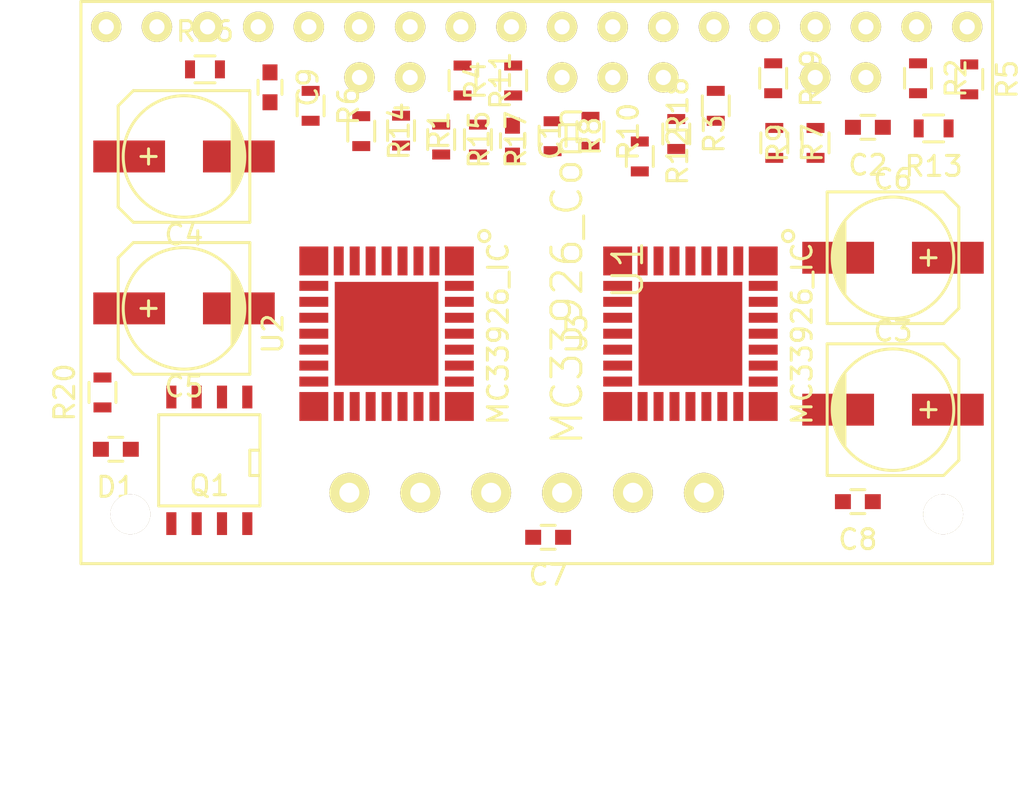
<source format=kicad_pcb>
(kicad_pcb (version 4) (host pcbnew "(2015-01-13 BZR 5369)-product")

  (general
    (links 117)
    (no_connects 117)
    (area 147.9971 65.558599 200.070431 105.5076)
    (thickness 1.6)
    (drawings 0)
    (tracks 0)
    (zones 0)
    (modules 34)
    (nets 42)
  )

  (page A4)
  (layers
    (0 F.Cu signal)
    (1 In1.Cu signal)
    (2 In2.Cu signal)
    (31 B.Cu signal)
    (33 F.Adhes user)
    (35 F.Paste user)
    (37 F.SilkS user)
    (39 F.Mask user)
    (40 Dwgs.User user)
    (41 Cmts.User user)
    (42 Eco1.User user)
    (43 Eco2.User user)
    (44 Edge.Cuts user)
    (45 Margin user)
    (47 F.CrtYd user)
    (49 F.Fab user)
  )

  (setup
    (last_trace_width 0.254)
    (trace_clearance 0.254)
    (zone_clearance 0.508)
    (zone_45_only no)
    (trace_min 0.254)
    (segment_width 0.2)
    (edge_width 0.1)
    (via_size 0.889)
    (via_drill 0.635)
    (via_min_size 0.889)
    (via_min_drill 0.508)
    (uvia_size 0.508)
    (uvia_drill 0.127)
    (uvias_allowed no)
    (uvia_min_size 0.508)
    (uvia_min_drill 0.127)
    (pcb_text_width 0.3)
    (pcb_text_size 1.5 1.5)
    (mod_edge_width 0.15)
    (mod_text_size 1 1)
    (mod_text_width 0.15)
    (pad_size 1.5 1.5)
    (pad_drill 0.6)
    (pad_to_mask_clearance 0)
    (aux_axis_origin 0 0)
    (visible_elements 7FFFF7FF)
    (pcbplotparams
      (layerselection 0x00030_80000001)
      (usegerberextensions false)
      (excludeedgelayer true)
      (linewidth 0.100000)
      (plotframeref false)
      (viasonmask false)
      (mode 1)
      (useauxorigin false)
      (hpglpennumber 1)
      (hpglpenspeed 20)
      (hpglpendiameter 15)
      (hpglpenoverlay 2)
      (psnegative false)
      (psa4output false)
      (plotreference true)
      (plotvalue true)
      (plotinvisibletext false)
      (padsonsilk false)
      (subtractmaskfromsilk false)
      (outputformat 1)
      (mirror false)
      (drillshape 1)
      (scaleselection 1)
      (outputdirectory ""))
  )

  (net 0 "")
  (net 1 "Net-(C1-Pad1)")
  (net 2 GND)
  (net 3 "Net-(C2-Pad1)")
  (net 4 VIN)
  (net 5 FGND)
  (net 6 "Net-(C7-Pad2)")
  (net 7 "Net-(C8-Pad2)")
  (net 8 "Net-(D1-Pad2)")
  (net 9 "Net-(R1-Pad1)")
  (net 10 "Net-(R1-Pad2)")
  (net 11 "Net-(R2-Pad1)")
  (net 12 "Net-(R2-Pad2)")
  (net 13 "Net-(R3-Pad1)")
  (net 14 SLEWP)
  (net 15 "Net-(R4-Pad2)")
  (net 16 "Net-(R5-Pad2)")
  (net 17 "Net-(R6-Pad1)")
  (net 18 "Net-(R6-Pad2)")
  (net 19 "Net-(R7-Pad1)")
  (net 20 "Net-(R7-Pad2)")
  (net 21 "Net-(R10-Pad1)")
  (net 22 ENP)
  (net 23 "Net-(R11-Pad1)")
  (net 24 "Net-(R11-Pad2)")
  (net 25 "Net-(R12-Pad1)")
  (net 26 INVP)
  (net 27 "Net-(R13-Pad1)")
  (net 28 "Net-(R13-Pad2)")
  (net 29 "Net-(R14-Pad1)")
  (net 30 "Net-(R14-Pad2)")
  (net 31 Vdd)
  (net 32 "Net-(R16-Pad1)")
  (net 33 "Net-(R16-Pad2)")
  (net 34 "Net-(R18-Pad1)")
  (net 35 "Net-(R18-Pad2)")
  (net 36 "Net-(R19-Pad1)")
  (net 37 "Net-(R19-Pad2)")
  (net 38 M1OUT1)
  (net 39 M1OUT2)
  (net 40 M2OUT1)
  (net 41 M2OUT2)

  (net_class Default "Dies ist die voreingestellte Netzklasse."
    (clearance 0.254)
    (trace_width 0.254)
    (via_dia 0.889)
    (via_drill 0.635)
    (uvia_dia 0.508)
    (uvia_drill 0.127)
    (add_net ENP)
    (add_net INVP)
    (add_net "Net-(C1-Pad1)")
    (add_net "Net-(C2-Pad1)")
    (add_net "Net-(C7-Pad2)")
    (add_net "Net-(C8-Pad2)")
    (add_net "Net-(D1-Pad2)")
    (add_net "Net-(R1-Pad1)")
    (add_net "Net-(R1-Pad2)")
    (add_net "Net-(R10-Pad1)")
    (add_net "Net-(R11-Pad1)")
    (add_net "Net-(R11-Pad2)")
    (add_net "Net-(R12-Pad1)")
    (add_net "Net-(R13-Pad1)")
    (add_net "Net-(R13-Pad2)")
    (add_net "Net-(R14-Pad1)")
    (add_net "Net-(R14-Pad2)")
    (add_net "Net-(R16-Pad1)")
    (add_net "Net-(R16-Pad2)")
    (add_net "Net-(R18-Pad1)")
    (add_net "Net-(R18-Pad2)")
    (add_net "Net-(R19-Pad1)")
    (add_net "Net-(R19-Pad2)")
    (add_net "Net-(R2-Pad1)")
    (add_net "Net-(R2-Pad2)")
    (add_net "Net-(R3-Pad1)")
    (add_net "Net-(R4-Pad2)")
    (add_net "Net-(R5-Pad2)")
    (add_net "Net-(R6-Pad1)")
    (add_net "Net-(R6-Pad2)")
    (add_net "Net-(R7-Pad1)")
    (add_net "Net-(R7-Pad2)")
    (add_net SLEWP)
    (add_net Vdd)
  )

  (net_class Power ""
    (clearance 0.254)
    (trace_width 1)
    (via_dia 0.889)
    (via_drill 0.635)
    (uvia_dia 0.508)
    (uvia_drill 0.127)
    (add_net FGND)
    (add_net GND)
    (add_net M1OUT1)
    (add_net M1OUT2)
    (add_net M2OUT1)
    (add_net M2OUT2)
    (add_net VIN)
  )

  (module Capacitors_SMD:C_0603 (layer F.Cu) (tedit 5415D631) (tstamp 550303BD)
    (at 173.95444 72.86752 270)
    (descr "Capacitor SMD 0603, reflow soldering, AVX (see smccp.pdf)")
    (tags "capacitor 0603")
    (path /550208A2)
    (attr smd)
    (fp_text reference C1 (at 0 -1.9 270) (layer F.SilkS)
      (effects (font (size 1 1) (thickness 0.15)))
    )
    (fp_text value 0.47uF (at 0 1.9 270) (layer F.Fab)
      (effects (font (size 1 1) (thickness 0.15)))
    )
    (fp_line (start -1.45 -0.75) (end 1.45 -0.75) (layer F.CrtYd) (width 0.05))
    (fp_line (start -1.45 0.75) (end 1.45 0.75) (layer F.CrtYd) (width 0.05))
    (fp_line (start -1.45 -0.75) (end -1.45 0.75) (layer F.CrtYd) (width 0.05))
    (fp_line (start 1.45 -0.75) (end 1.45 0.75) (layer F.CrtYd) (width 0.05))
    (fp_line (start -0.35 -0.6) (end 0.35 -0.6) (layer F.SilkS) (width 0.15))
    (fp_line (start 0.35 0.6) (end -0.35 0.6) (layer F.SilkS) (width 0.15))
    (pad 1 smd rect (at -0.75 0 270) (size 0.8 0.75) (layers F.Cu F.Paste F.Mask)
      (net 1 "Net-(C1-Pad1)"))
    (pad 2 smd rect (at 0.75 0 270) (size 0.8 0.75) (layers F.Cu F.Paste F.Mask)
      (net 2 GND))
    (model Capacitors_SMD.3dshapes/C_0603.wrl
      (at (xyz 0 0 0))
      (scale (xyz 1 1 1))
      (rotate (xyz 0 0 0))
    )
  )

  (module Capacitors_SMD:C_0603 (layer F.Cu) (tedit 5415D631) (tstamp 550303C9)
    (at 191.78016 72.19696 180)
    (descr "Capacitor SMD 0603, reflow soldering, AVX (see smccp.pdf)")
    (tags "capacitor 0603")
    (path /55021C7D)
    (attr smd)
    (fp_text reference C2 (at 0 -1.9 180) (layer F.SilkS)
      (effects (font (size 1 1) (thickness 0.15)))
    )
    (fp_text value 0.47uF (at 0 1.9 180) (layer F.Fab)
      (effects (font (size 1 1) (thickness 0.15)))
    )
    (fp_line (start -1.45 -0.75) (end 1.45 -0.75) (layer F.CrtYd) (width 0.05))
    (fp_line (start -1.45 0.75) (end 1.45 0.75) (layer F.CrtYd) (width 0.05))
    (fp_line (start -1.45 -0.75) (end -1.45 0.75) (layer F.CrtYd) (width 0.05))
    (fp_line (start 1.45 -0.75) (end 1.45 0.75) (layer F.CrtYd) (width 0.05))
    (fp_line (start -0.35 -0.6) (end 0.35 -0.6) (layer F.SilkS) (width 0.15))
    (fp_line (start 0.35 0.6) (end -0.35 0.6) (layer F.SilkS) (width 0.15))
    (pad 1 smd rect (at -0.75 0 180) (size 0.8 0.75) (layers F.Cu F.Paste F.Mask)
      (net 3 "Net-(C2-Pad1)"))
    (pad 2 smd rect (at 0.75 0 180) (size 0.8 0.75) (layers F.Cu F.Paste F.Mask)
      (net 2 GND))
    (model Capacitors_SMD.3dshapes/C_0603.wrl
      (at (xyz 0 0 0))
      (scale (xyz 1 1 1))
      (rotate (xyz 0 0 0))
    )
  )

  (module Capacitors_SMD:c_elec_6.3x5.8 (layer F.Cu) (tedit 55030206) (tstamp 550303DD)
    (at 193.04 86.36)
    (descr "SMT capacitor, aluminium electrolytic, 6.3x5.8")
    (path /55020F62)
    (fp_text reference C3 (at 0 -3.937) (layer F.SilkS)
      (effects (font (size 1 1) (thickness 0.15)))
    )
    (fp_text value 47uF (at 0 3.81) (layer F.Fab)
      (effects (font (size 1 1) (thickness 0.15)))
    )
    (fp_line (start -2.921 -0.762) (end -2.921 0.762) (layer F.SilkS) (width 0.15))
    (fp_line (start -2.794 1.143) (end -2.794 -1.143) (layer F.SilkS) (width 0.15))
    (fp_line (start -2.667 -1.397) (end -2.667 1.397) (layer F.SilkS) (width 0.15))
    (fp_line (start -2.54 1.651) (end -2.54 -1.651) (layer F.SilkS) (width 0.15))
    (fp_line (start -2.413 -1.778) (end -2.413 1.778) (layer F.SilkS) (width 0.15))
    (fp_circle (center 0 0) (end -3.048 0) (layer F.SilkS) (width 0.15))
    (fp_line (start -3.302 -3.302) (end -3.302 3.302) (layer F.SilkS) (width 0.15))
    (fp_line (start -3.302 3.302) (end 2.54 3.302) (layer F.SilkS) (width 0.15))
    (fp_line (start 2.54 3.302) (end 3.302 2.54) (layer F.SilkS) (width 0.15))
    (fp_line (start 3.302 2.54) (end 3.302 -2.54) (layer F.SilkS) (width 0.15))
    (fp_line (start 3.302 -2.54) (end 2.54 -3.302) (layer F.SilkS) (width 0.15))
    (fp_line (start 2.54 -3.302) (end -3.302 -3.302) (layer F.SilkS) (width 0.15))
    (fp_line (start 2.159 0) (end 1.397 0) (layer F.SilkS) (width 0.15))
    (fp_line (start 1.778 -0.381) (end 1.778 0.381) (layer F.SilkS) (width 0.15))
    (pad 1 smd rect (at 2.75082 0) (size 3.59918 1.6002) (layers F.Cu F.Paste F.Mask)
      (net 4 VIN))
    (pad 2 smd rect (at -2.75082 0) (size 3.59918 1.6002) (layers F.Cu F.Paste F.Mask)
      (net 5 FGND))
    (model Capacitors_SMD.3dshapes/c_elec_6.3x5.8.wrl
      (at (xyz 0 0 0))
      (scale (xyz 1 1 1))
      (rotate (xyz 0 0 0))
    )
  )

  (module Capacitors_SMD:c_elec_6.3x5.8 (layer F.Cu) (tedit 55030206) (tstamp 550303F1)
    (at 157.48 73.66 180)
    (descr "SMT capacitor, aluminium electrolytic, 6.3x5.8")
    (path /55021C9A)
    (fp_text reference C4 (at 0 -3.937 180) (layer F.SilkS)
      (effects (font (size 1 1) (thickness 0.15)))
    )
    (fp_text value 47uF (at 0 3.81 180) (layer F.Fab)
      (effects (font (size 1 1) (thickness 0.15)))
    )
    (fp_line (start -2.921 -0.762) (end -2.921 0.762) (layer F.SilkS) (width 0.15))
    (fp_line (start -2.794 1.143) (end -2.794 -1.143) (layer F.SilkS) (width 0.15))
    (fp_line (start -2.667 -1.397) (end -2.667 1.397) (layer F.SilkS) (width 0.15))
    (fp_line (start -2.54 1.651) (end -2.54 -1.651) (layer F.SilkS) (width 0.15))
    (fp_line (start -2.413 -1.778) (end -2.413 1.778) (layer F.SilkS) (width 0.15))
    (fp_circle (center 0 0) (end -3.048 0) (layer F.SilkS) (width 0.15))
    (fp_line (start -3.302 -3.302) (end -3.302 3.302) (layer F.SilkS) (width 0.15))
    (fp_line (start -3.302 3.302) (end 2.54 3.302) (layer F.SilkS) (width 0.15))
    (fp_line (start 2.54 3.302) (end 3.302 2.54) (layer F.SilkS) (width 0.15))
    (fp_line (start 3.302 2.54) (end 3.302 -2.54) (layer F.SilkS) (width 0.15))
    (fp_line (start 3.302 -2.54) (end 2.54 -3.302) (layer F.SilkS) (width 0.15))
    (fp_line (start 2.54 -3.302) (end -3.302 -3.302) (layer F.SilkS) (width 0.15))
    (fp_line (start 2.159 0) (end 1.397 0) (layer F.SilkS) (width 0.15))
    (fp_line (start 1.778 -0.381) (end 1.778 0.381) (layer F.SilkS) (width 0.15))
    (pad 1 smd rect (at 2.75082 0 180) (size 3.59918 1.6002) (layers F.Cu F.Paste F.Mask)
      (net 4 VIN))
    (pad 2 smd rect (at -2.75082 0 180) (size 3.59918 1.6002) (layers F.Cu F.Paste F.Mask)
      (net 5 FGND))
    (model Capacitors_SMD.3dshapes/c_elec_6.3x5.8.wrl
      (at (xyz 0 0 0))
      (scale (xyz 1 1 1))
      (rotate (xyz 0 0 0))
    )
  )

  (module Capacitors_SMD:c_elec_6.3x5.8 (layer F.Cu) (tedit 55030206) (tstamp 55030405)
    (at 157.48 81.28 180)
    (descr "SMT capacitor, aluminium electrolytic, 6.3x5.8")
    (path /55020EC9)
    (fp_text reference C5 (at 0 -3.937 180) (layer F.SilkS)
      (effects (font (size 1 1) (thickness 0.15)))
    )
    (fp_text value 47uF (at 0 3.81 180) (layer F.Fab)
      (effects (font (size 1 1) (thickness 0.15)))
    )
    (fp_line (start -2.921 -0.762) (end -2.921 0.762) (layer F.SilkS) (width 0.15))
    (fp_line (start -2.794 1.143) (end -2.794 -1.143) (layer F.SilkS) (width 0.15))
    (fp_line (start -2.667 -1.397) (end -2.667 1.397) (layer F.SilkS) (width 0.15))
    (fp_line (start -2.54 1.651) (end -2.54 -1.651) (layer F.SilkS) (width 0.15))
    (fp_line (start -2.413 -1.778) (end -2.413 1.778) (layer F.SilkS) (width 0.15))
    (fp_circle (center 0 0) (end -3.048 0) (layer F.SilkS) (width 0.15))
    (fp_line (start -3.302 -3.302) (end -3.302 3.302) (layer F.SilkS) (width 0.15))
    (fp_line (start -3.302 3.302) (end 2.54 3.302) (layer F.SilkS) (width 0.15))
    (fp_line (start 2.54 3.302) (end 3.302 2.54) (layer F.SilkS) (width 0.15))
    (fp_line (start 3.302 2.54) (end 3.302 -2.54) (layer F.SilkS) (width 0.15))
    (fp_line (start 3.302 -2.54) (end 2.54 -3.302) (layer F.SilkS) (width 0.15))
    (fp_line (start 2.54 -3.302) (end -3.302 -3.302) (layer F.SilkS) (width 0.15))
    (fp_line (start 2.159 0) (end 1.397 0) (layer F.SilkS) (width 0.15))
    (fp_line (start 1.778 -0.381) (end 1.778 0.381) (layer F.SilkS) (width 0.15))
    (pad 1 smd rect (at 2.75082 0 180) (size 3.59918 1.6002) (layers F.Cu F.Paste F.Mask)
      (net 4 VIN))
    (pad 2 smd rect (at -2.75082 0 180) (size 3.59918 1.6002) (layers F.Cu F.Paste F.Mask)
      (net 5 FGND))
    (model Capacitors_SMD.3dshapes/c_elec_6.3x5.8.wrl
      (at (xyz 0 0 0))
      (scale (xyz 1 1 1))
      (rotate (xyz 0 0 0))
    )
  )

  (module Capacitors_SMD:c_elec_6.3x5.8 (layer F.Cu) (tedit 55030206) (tstamp 55030419)
    (at 193.04 78.74)
    (descr "SMT capacitor, aluminium electrolytic, 6.3x5.8")
    (path /55021C94)
    (fp_text reference C6 (at 0 -3.937) (layer F.SilkS)
      (effects (font (size 1 1) (thickness 0.15)))
    )
    (fp_text value 47uF (at 0 3.81) (layer F.Fab)
      (effects (font (size 1 1) (thickness 0.15)))
    )
    (fp_line (start -2.921 -0.762) (end -2.921 0.762) (layer F.SilkS) (width 0.15))
    (fp_line (start -2.794 1.143) (end -2.794 -1.143) (layer F.SilkS) (width 0.15))
    (fp_line (start -2.667 -1.397) (end -2.667 1.397) (layer F.SilkS) (width 0.15))
    (fp_line (start -2.54 1.651) (end -2.54 -1.651) (layer F.SilkS) (width 0.15))
    (fp_line (start -2.413 -1.778) (end -2.413 1.778) (layer F.SilkS) (width 0.15))
    (fp_circle (center 0 0) (end -3.048 0) (layer F.SilkS) (width 0.15))
    (fp_line (start -3.302 -3.302) (end -3.302 3.302) (layer F.SilkS) (width 0.15))
    (fp_line (start -3.302 3.302) (end 2.54 3.302) (layer F.SilkS) (width 0.15))
    (fp_line (start 2.54 3.302) (end 3.302 2.54) (layer F.SilkS) (width 0.15))
    (fp_line (start 3.302 2.54) (end 3.302 -2.54) (layer F.SilkS) (width 0.15))
    (fp_line (start 3.302 -2.54) (end 2.54 -3.302) (layer F.SilkS) (width 0.15))
    (fp_line (start 2.54 -3.302) (end -3.302 -3.302) (layer F.SilkS) (width 0.15))
    (fp_line (start 2.159 0) (end 1.397 0) (layer F.SilkS) (width 0.15))
    (fp_line (start 1.778 -0.381) (end 1.778 0.381) (layer F.SilkS) (width 0.15))
    (pad 1 smd rect (at 2.75082 0) (size 3.59918 1.6002) (layers F.Cu F.Paste F.Mask)
      (net 4 VIN))
    (pad 2 smd rect (at -2.75082 0) (size 3.59918 1.6002) (layers F.Cu F.Paste F.Mask)
      (net 5 FGND))
    (model Capacitors_SMD.3dshapes/c_elec_6.3x5.8.wrl
      (at (xyz 0 0 0))
      (scale (xyz 1 1 1))
      (rotate (xyz 0 0 0))
    )
  )

  (module Capacitors_SMD:C_0603 (layer F.Cu) (tedit 5415D631) (tstamp 55030425)
    (at 175.7426 92.7608 180)
    (descr "Capacitor SMD 0603, reflow soldering, AVX (see smccp.pdf)")
    (tags "capacitor 0603")
    (path /5502035D)
    (attr smd)
    (fp_text reference C7 (at 0 -1.9 180) (layer F.SilkS)
      (effects (font (size 1 1) (thickness 0.15)))
    )
    (fp_text value 33nF (at 0 1.9 180) (layer F.Fab)
      (effects (font (size 1 1) (thickness 0.15)))
    )
    (fp_line (start -1.45 -0.75) (end 1.45 -0.75) (layer F.CrtYd) (width 0.05))
    (fp_line (start -1.45 0.75) (end 1.45 0.75) (layer F.CrtYd) (width 0.05))
    (fp_line (start -1.45 -0.75) (end -1.45 0.75) (layer F.CrtYd) (width 0.05))
    (fp_line (start 1.45 -0.75) (end 1.45 0.75) (layer F.CrtYd) (width 0.05))
    (fp_line (start -0.35 -0.6) (end 0.35 -0.6) (layer F.SilkS) (width 0.15))
    (fp_line (start 0.35 0.6) (end -0.35 0.6) (layer F.SilkS) (width 0.15))
    (pad 1 smd rect (at -0.75 0 180) (size 0.8 0.75) (layers F.Cu F.Paste F.Mask)
      (net 4 VIN))
    (pad 2 smd rect (at 0.75 0 180) (size 0.8 0.75) (layers F.Cu F.Paste F.Mask)
      (net 6 "Net-(C7-Pad2)"))
    (model Capacitors_SMD.3dshapes/C_0603.wrl
      (at (xyz 0 0 0))
      (scale (xyz 1 1 1))
      (rotate (xyz 0 0 0))
    )
  )

  (module Capacitors_SMD:C_0603 (layer F.Cu) (tedit 5415D631) (tstamp 55030431)
    (at 191.27724 90.97264 180)
    (descr "Capacitor SMD 0603, reflow soldering, AVX (see smccp.pdf)")
    (tags "capacitor 0603")
    (path /5502C0D7)
    (attr smd)
    (fp_text reference C8 (at 0 -1.9 180) (layer F.SilkS)
      (effects (font (size 1 1) (thickness 0.15)))
    )
    (fp_text value 33nF (at 0 1.9 180) (layer F.Fab)
      (effects (font (size 1 1) (thickness 0.15)))
    )
    (fp_line (start -1.45 -0.75) (end 1.45 -0.75) (layer F.CrtYd) (width 0.05))
    (fp_line (start -1.45 0.75) (end 1.45 0.75) (layer F.CrtYd) (width 0.05))
    (fp_line (start -1.45 -0.75) (end -1.45 0.75) (layer F.CrtYd) (width 0.05))
    (fp_line (start 1.45 -0.75) (end 1.45 0.75) (layer F.CrtYd) (width 0.05))
    (fp_line (start -0.35 -0.6) (end 0.35 -0.6) (layer F.SilkS) (width 0.15))
    (fp_line (start 0.35 0.6) (end -0.35 0.6) (layer F.SilkS) (width 0.15))
    (pad 1 smd rect (at -0.75 0 180) (size 0.8 0.75) (layers F.Cu F.Paste F.Mask)
      (net 4 VIN))
    (pad 2 smd rect (at 0.75 0 180) (size 0.8 0.75) (layers F.Cu F.Paste F.Mask)
      (net 7 "Net-(C8-Pad2)"))
    (model Capacitors_SMD.3dshapes/C_0603.wrl
      (at (xyz 0 0 0))
      (scale (xyz 1 1 1))
      (rotate (xyz 0 0 0))
    )
  )

  (module Capacitors_SMD:C_0603 (layer F.Cu) (tedit 5415D631) (tstamp 5503043D)
    (at 161.792723 70.191894 270)
    (descr "Capacitor SMD 0603, reflow soldering, AVX (see smccp.pdf)")
    (tags "capacitor 0603")
    (path /55033875)
    (attr smd)
    (fp_text reference C9 (at 0 -1.9 270) (layer F.SilkS)
      (effects (font (size 1 1) (thickness 0.15)))
    )
    (fp_text value 0.1uF (at 0 1.9 270) (layer F.Fab)
      (effects (font (size 1 1) (thickness 0.15)))
    )
    (fp_line (start -1.45 -0.75) (end 1.45 -0.75) (layer F.CrtYd) (width 0.05))
    (fp_line (start -1.45 0.75) (end 1.45 0.75) (layer F.CrtYd) (width 0.05))
    (fp_line (start -1.45 -0.75) (end -1.45 0.75) (layer F.CrtYd) (width 0.05))
    (fp_line (start 1.45 -0.75) (end 1.45 0.75) (layer F.CrtYd) (width 0.05))
    (fp_line (start -0.35 -0.6) (end 0.35 -0.6) (layer F.SilkS) (width 0.15))
    (fp_line (start 0.35 0.6) (end -0.35 0.6) (layer F.SilkS) (width 0.15))
    (pad 1 smd rect (at -0.75 0 270) (size 0.8 0.75) (layers F.Cu F.Paste F.Mask)
      (net 2 GND))
    (pad 2 smd rect (at 0.75 0 270) (size 0.8 0.75) (layers F.Cu F.Paste F.Mask)
      (net 4 VIN))
    (model Capacitors_SMD.3dshapes/C_0603.wrl
      (at (xyz 0 0 0))
      (scale (xyz 1 1 1))
      (rotate (xyz 0 0 0))
    )
  )

  (module Resistors_SMD:R_0603 (layer F.Cu) (tedit 5415CC62) (tstamp 55030468)
    (at 168.36644 72.3646 270)
    (descr "Resistor SMD 0603, reflow soldering, Vishay (see dcrcw.pdf)")
    (tags "resistor 0603")
    (path /55020AC8)
    (attr smd)
    (fp_text reference R1 (at 0 -1.9 270) (layer F.SilkS)
      (effects (font (size 1 1) (thickness 0.15)))
    )
    (fp_text value 1k (at 0 1.9 270) (layer F.Fab)
      (effects (font (size 1 1) (thickness 0.15)))
    )
    (fp_line (start -1.3 -0.8) (end 1.3 -0.8) (layer F.CrtYd) (width 0.05))
    (fp_line (start -1.3 0.8) (end 1.3 0.8) (layer F.CrtYd) (width 0.05))
    (fp_line (start -1.3 -0.8) (end -1.3 0.8) (layer F.CrtYd) (width 0.05))
    (fp_line (start 1.3 -0.8) (end 1.3 0.8) (layer F.CrtYd) (width 0.05))
    (fp_line (start 0.5 0.675) (end -0.5 0.675) (layer F.SilkS) (width 0.15))
    (fp_line (start -0.5 -0.675) (end 0.5 -0.675) (layer F.SilkS) (width 0.15))
    (pad 1 smd rect (at -0.75 0 270) (size 0.5 0.9) (layers F.Cu F.Paste F.Mask)
      (net 9 "Net-(R1-Pad1)"))
    (pad 2 smd rect (at 0.75 0 270) (size 0.5 0.9) (layers F.Cu F.Paste F.Mask)
      (net 10 "Net-(R1-Pad2)"))
    (model Resistors_SMD.3dshapes/R_0603.wrl
      (at (xyz 0 0 0))
      (scale (xyz 1 1 1))
      (rotate (xyz 0 0 0))
    )
  )

  (module Resistors_SMD:R_0603 (layer F.Cu) (tedit 5415CC62) (tstamp 55030474)
    (at 194.29476 69.73824 270)
    (descr "Resistor SMD 0603, reflow soldering, Vishay (see dcrcw.pdf)")
    (tags "resistor 0603")
    (path /55021C4A)
    (attr smd)
    (fp_text reference R2 (at 0 -1.9 270) (layer F.SilkS)
      (effects (font (size 1 1) (thickness 0.15)))
    )
    (fp_text value 1k (at 0 1.9 270) (layer F.Fab)
      (effects (font (size 1 1) (thickness 0.15)))
    )
    (fp_line (start -1.3 -0.8) (end 1.3 -0.8) (layer F.CrtYd) (width 0.05))
    (fp_line (start -1.3 0.8) (end 1.3 0.8) (layer F.CrtYd) (width 0.05))
    (fp_line (start -1.3 -0.8) (end -1.3 0.8) (layer F.CrtYd) (width 0.05))
    (fp_line (start 1.3 -0.8) (end 1.3 0.8) (layer F.CrtYd) (width 0.05))
    (fp_line (start 0.5 0.675) (end -0.5 0.675) (layer F.SilkS) (width 0.15))
    (fp_line (start -0.5 -0.675) (end 0.5 -0.675) (layer F.SilkS) (width 0.15))
    (pad 1 smd rect (at -0.75 0 270) (size 0.5 0.9) (layers F.Cu F.Paste F.Mask)
      (net 11 "Net-(R2-Pad1)"))
    (pad 2 smd rect (at 0.75 0 270) (size 0.5 0.9) (layers F.Cu F.Paste F.Mask)
      (net 12 "Net-(R2-Pad2)"))
    (model Resistors_SMD.3dshapes/R_0603.wrl
      (at (xyz 0 0 0))
      (scale (xyz 1 1 1))
      (rotate (xyz 0 0 0))
    )
  )

  (module Resistors_SMD:R_0603 (layer F.Cu) (tedit 5415CC62) (tstamp 55030480)
    (at 182.1688 72.53224 270)
    (descr "Resistor SMD 0603, reflow soldering, Vishay (see dcrcw.pdf)")
    (tags "resistor 0603")
    (path /55020D39)
    (attr smd)
    (fp_text reference R3 (at 0 -1.9 270) (layer F.SilkS)
      (effects (font (size 1 1) (thickness 0.15)))
    )
    (fp_text value 1k (at 0 1.9 270) (layer F.Fab)
      (effects (font (size 1 1) (thickness 0.15)))
    )
    (fp_line (start -1.3 -0.8) (end 1.3 -0.8) (layer F.CrtYd) (width 0.05))
    (fp_line (start -1.3 0.8) (end 1.3 0.8) (layer F.CrtYd) (width 0.05))
    (fp_line (start -1.3 -0.8) (end -1.3 0.8) (layer F.CrtYd) (width 0.05))
    (fp_line (start 1.3 -0.8) (end 1.3 0.8) (layer F.CrtYd) (width 0.05))
    (fp_line (start 0.5 0.675) (end -0.5 0.675) (layer F.SilkS) (width 0.15))
    (fp_line (start -0.5 -0.675) (end 0.5 -0.675) (layer F.SilkS) (width 0.15))
    (pad 1 smd rect (at -0.75 0 270) (size 0.5 0.9) (layers F.Cu F.Paste F.Mask)
      (net 13 "Net-(R3-Pad1)"))
    (pad 2 smd rect (at 0.75 0 270) (size 0.5 0.9) (layers F.Cu F.Paste F.Mask)
      (net 14 SLEWP))
    (model Resistors_SMD.3dshapes/R_0603.wrl
      (at (xyz 0 0 0))
      (scale (xyz 1 1 1))
      (rotate (xyz 0 0 0))
    )
  )

  (module Resistors_SMD:R_0603 (layer F.Cu) (tedit 5415CC62) (tstamp 5503048C)
    (at 173.99 69.85 90)
    (descr "Resistor SMD 0603, reflow soldering, Vishay (see dcrcw.pdf)")
    (tags "resistor 0603")
    (path /55020FE4)
    (attr smd)
    (fp_text reference R4 (at 0 -1.9 90) (layer F.SilkS)
      (effects (font (size 1 1) (thickness 0.15)))
    )
    (fp_text value 1k (at 0 1.9 90) (layer F.Fab)
      (effects (font (size 1 1) (thickness 0.15)))
    )
    (fp_line (start -1.3 -0.8) (end 1.3 -0.8) (layer F.CrtYd) (width 0.05))
    (fp_line (start -1.3 0.8) (end 1.3 0.8) (layer F.CrtYd) (width 0.05))
    (fp_line (start -1.3 -0.8) (end -1.3 0.8) (layer F.CrtYd) (width 0.05))
    (fp_line (start 1.3 -0.8) (end 1.3 0.8) (layer F.CrtYd) (width 0.05))
    (fp_line (start 0.5 0.675) (end -0.5 0.675) (layer F.SilkS) (width 0.15))
    (fp_line (start -0.5 -0.675) (end 0.5 -0.675) (layer F.SilkS) (width 0.15))
    (pad 1 smd rect (at -0.75 0 90) (size 0.5 0.9) (layers F.Cu F.Paste F.Mask)
      (net 1 "Net-(C1-Pad1)"))
    (pad 2 smd rect (at 0.75 0 90) (size 0.5 0.9) (layers F.Cu F.Paste F.Mask)
      (net 15 "Net-(R4-Pad2)"))
    (model Resistors_SMD.3dshapes/R_0603.wrl
      (at (xyz 0 0 0))
      (scale (xyz 1 1 1))
      (rotate (xyz 0 0 0))
    )
  )

  (module Resistors_SMD:R_0603 (layer F.Cu) (tedit 5415CC62) (tstamp 55030498)
    (at 196.86524 69.79412 270)
    (descr "Resistor SMD 0603, reflow soldering, Vishay (see dcrcw.pdf)")
    (tags "resistor 0603")
    (path /55021C73)
    (attr smd)
    (fp_text reference R5 (at 0 -1.9 270) (layer F.SilkS)
      (effects (font (size 1 1) (thickness 0.15)))
    )
    (fp_text value 1k (at 0 1.9 270) (layer F.Fab)
      (effects (font (size 1 1) (thickness 0.15)))
    )
    (fp_line (start -1.3 -0.8) (end 1.3 -0.8) (layer F.CrtYd) (width 0.05))
    (fp_line (start -1.3 0.8) (end 1.3 0.8) (layer F.CrtYd) (width 0.05))
    (fp_line (start -1.3 -0.8) (end -1.3 0.8) (layer F.CrtYd) (width 0.05))
    (fp_line (start 1.3 -0.8) (end 1.3 0.8) (layer F.CrtYd) (width 0.05))
    (fp_line (start 0.5 0.675) (end -0.5 0.675) (layer F.SilkS) (width 0.15))
    (fp_line (start -0.5 -0.675) (end 0.5 -0.675) (layer F.SilkS) (width 0.15))
    (pad 1 smd rect (at -0.75 0 270) (size 0.5 0.9) (layers F.Cu F.Paste F.Mask)
      (net 3 "Net-(C2-Pad1)"))
    (pad 2 smd rect (at 0.75 0 270) (size 0.5 0.9) (layers F.Cu F.Paste F.Mask)
      (net 16 "Net-(R5-Pad2)"))
    (model Resistors_SMD.3dshapes/R_0603.wrl
      (at (xyz 0 0 0))
      (scale (xyz 1 1 1))
      (rotate (xyz 0 0 0))
    )
  )

  (module Resistors_SMD:R_0603 (layer F.Cu) (tedit 5415CC62) (tstamp 550304A4)
    (at 163.83 71.12 270)
    (descr "Resistor SMD 0603, reflow soldering, Vishay (see dcrcw.pdf)")
    (tags "resistor 0603")
    (path /5502094F)
    (attr smd)
    (fp_text reference R6 (at 0 -1.9 270) (layer F.SilkS)
      (effects (font (size 1 1) (thickness 0.15)))
    )
    (fp_text value 1k (at 0 1.9 270) (layer F.Fab)
      (effects (font (size 1 1) (thickness 0.15)))
    )
    (fp_line (start -1.3 -0.8) (end 1.3 -0.8) (layer F.CrtYd) (width 0.05))
    (fp_line (start -1.3 0.8) (end 1.3 0.8) (layer F.CrtYd) (width 0.05))
    (fp_line (start -1.3 -0.8) (end -1.3 0.8) (layer F.CrtYd) (width 0.05))
    (fp_line (start 1.3 -0.8) (end 1.3 0.8) (layer F.CrtYd) (width 0.05))
    (fp_line (start 0.5 0.675) (end -0.5 0.675) (layer F.SilkS) (width 0.15))
    (fp_line (start -0.5 -0.675) (end 0.5 -0.675) (layer F.SilkS) (width 0.15))
    (pad 1 smd rect (at -0.75 0 270) (size 0.5 0.9) (layers F.Cu F.Paste F.Mask)
      (net 17 "Net-(R6-Pad1)"))
    (pad 2 smd rect (at 0.75 0 270) (size 0.5 0.9) (layers F.Cu F.Paste F.Mask)
      (net 18 "Net-(R6-Pad2)"))
    (model Resistors_SMD.3dshapes/R_0603.wrl
      (at (xyz 0 0 0))
      (scale (xyz 1 1 1))
      (rotate (xyz 0 0 0))
    )
  )

  (module Resistors_SMD:R_0603 (layer F.Cu) (tedit 5415CC62) (tstamp 550304B0)
    (at 187.08624 72.97928 270)
    (descr "Resistor SMD 0603, reflow soldering, Vishay (see dcrcw.pdf)")
    (tags "resistor 0603")
    (path /55021C39)
    (attr smd)
    (fp_text reference R7 (at 0 -1.9 270) (layer F.SilkS)
      (effects (font (size 1 1) (thickness 0.15)))
    )
    (fp_text value 1k (at 0 1.9 270) (layer F.Fab)
      (effects (font (size 1 1) (thickness 0.15)))
    )
    (fp_line (start -1.3 -0.8) (end 1.3 -0.8) (layer F.CrtYd) (width 0.05))
    (fp_line (start -1.3 0.8) (end 1.3 0.8) (layer F.CrtYd) (width 0.05))
    (fp_line (start -1.3 -0.8) (end -1.3 0.8) (layer F.CrtYd) (width 0.05))
    (fp_line (start 1.3 -0.8) (end 1.3 0.8) (layer F.CrtYd) (width 0.05))
    (fp_line (start 0.5 0.675) (end -0.5 0.675) (layer F.SilkS) (width 0.15))
    (fp_line (start -0.5 -0.675) (end 0.5 -0.675) (layer F.SilkS) (width 0.15))
    (pad 1 smd rect (at -0.75 0 270) (size 0.5 0.9) (layers F.Cu F.Paste F.Mask)
      (net 19 "Net-(R7-Pad1)"))
    (pad 2 smd rect (at 0.75 0 270) (size 0.5 0.9) (layers F.Cu F.Paste F.Mask)
      (net 20 "Net-(R7-Pad2)"))
    (model Resistors_SMD.3dshapes/R_0603.wrl
      (at (xyz 0 0 0))
      (scale (xyz 1 1 1))
      (rotate (xyz 0 0 0))
    )
  )

  (module Resistors_SMD:R_0603 (layer F.Cu) (tedit 5415CC62) (tstamp 550304BC)
    (at 175.96612 72.644 270)
    (descr "Resistor SMD 0603, reflow soldering, Vishay (see dcrcw.pdf)")
    (tags "resistor 0603")
    (path /55020974)
    (attr smd)
    (fp_text reference R8 (at 0 -1.9 270) (layer F.SilkS)
      (effects (font (size 1 1) (thickness 0.15)))
    )
    (fp_text value 220 (at 0 1.9 270) (layer F.Fab)
      (effects (font (size 1 1) (thickness 0.15)))
    )
    (fp_line (start -1.3 -0.8) (end 1.3 -0.8) (layer F.CrtYd) (width 0.05))
    (fp_line (start -1.3 0.8) (end 1.3 0.8) (layer F.CrtYd) (width 0.05))
    (fp_line (start -1.3 -0.8) (end -1.3 0.8) (layer F.CrtYd) (width 0.05))
    (fp_line (start 1.3 -0.8) (end 1.3 0.8) (layer F.CrtYd) (width 0.05))
    (fp_line (start 0.5 0.675) (end -0.5 0.675) (layer F.SilkS) (width 0.15))
    (fp_line (start -0.5 -0.675) (end 0.5 -0.675) (layer F.SilkS) (width 0.15))
    (pad 1 smd rect (at -0.75 0 270) (size 0.5 0.9) (layers F.Cu F.Paste F.Mask)
      (net 15 "Net-(R4-Pad2)"))
    (pad 2 smd rect (at 0.75 0 270) (size 0.5 0.9) (layers F.Cu F.Paste F.Mask)
      (net 2 GND))
    (model Resistors_SMD.3dshapes/R_0603.wrl
      (at (xyz 0 0 0))
      (scale (xyz 1 1 1))
      (rotate (xyz 0 0 0))
    )
  )

  (module Resistors_SMD:R_0603 (layer F.Cu) (tedit 5415CC62) (tstamp 550304C8)
    (at 189.1538 72.97928 90)
    (descr "Resistor SMD 0603, reflow soldering, Vishay (see dcrcw.pdf)")
    (tags "resistor 0603")
    (path /55021C84)
    (attr smd)
    (fp_text reference R9 (at 0 -1.9 90) (layer F.SilkS)
      (effects (font (size 1 1) (thickness 0.15)))
    )
    (fp_text value 220 (at 0 1.9 90) (layer F.Fab)
      (effects (font (size 1 1) (thickness 0.15)))
    )
    (fp_line (start -1.3 -0.8) (end 1.3 -0.8) (layer F.CrtYd) (width 0.05))
    (fp_line (start -1.3 0.8) (end 1.3 0.8) (layer F.CrtYd) (width 0.05))
    (fp_line (start -1.3 -0.8) (end -1.3 0.8) (layer F.CrtYd) (width 0.05))
    (fp_line (start 1.3 -0.8) (end 1.3 0.8) (layer F.CrtYd) (width 0.05))
    (fp_line (start 0.5 0.675) (end -0.5 0.675) (layer F.SilkS) (width 0.15))
    (fp_line (start -0.5 -0.675) (end 0.5 -0.675) (layer F.SilkS) (width 0.15))
    (pad 1 smd rect (at -0.75 0 90) (size 0.5 0.9) (layers F.Cu F.Paste F.Mask)
      (net 16 "Net-(R5-Pad2)"))
    (pad 2 smd rect (at 0.75 0 90) (size 0.5 0.9) (layers F.Cu F.Paste F.Mask)
      (net 2 GND))
    (model Resistors_SMD.3dshapes/R_0603.wrl
      (at (xyz 0 0 0))
      (scale (xyz 1 1 1))
      (rotate (xyz 0 0 0))
    )
  )

  (module Resistors_SMD:R_0603 (layer F.Cu) (tedit 5415CC62) (tstamp 550304D4)
    (at 177.86604 72.42048 270)
    (descr "Resistor SMD 0603, reflow soldering, Vishay (see dcrcw.pdf)")
    (tags "resistor 0603")
    (path /55020B9B)
    (attr smd)
    (fp_text reference R10 (at 0 -1.9 270) (layer F.SilkS)
      (effects (font (size 1 1) (thickness 0.15)))
    )
    (fp_text value 1k (at 0 1.9 270) (layer F.Fab)
      (effects (font (size 1 1) (thickness 0.15)))
    )
    (fp_line (start -1.3 -0.8) (end 1.3 -0.8) (layer F.CrtYd) (width 0.05))
    (fp_line (start -1.3 0.8) (end 1.3 0.8) (layer F.CrtYd) (width 0.05))
    (fp_line (start -1.3 -0.8) (end -1.3 0.8) (layer F.CrtYd) (width 0.05))
    (fp_line (start 1.3 -0.8) (end 1.3 0.8) (layer F.CrtYd) (width 0.05))
    (fp_line (start 0.5 0.675) (end -0.5 0.675) (layer F.SilkS) (width 0.15))
    (fp_line (start -0.5 -0.675) (end 0.5 -0.675) (layer F.SilkS) (width 0.15))
    (pad 1 smd rect (at -0.75 0 270) (size 0.5 0.9) (layers F.Cu F.Paste F.Mask)
      (net 21 "Net-(R10-Pad1)"))
    (pad 2 smd rect (at 0.75 0 270) (size 0.5 0.9) (layers F.Cu F.Paste F.Mask)
      (net 22 ENP))
    (model Resistors_SMD.3dshapes/R_0603.wrl
      (at (xyz 0 0 0))
      (scale (xyz 1 1 1))
      (rotate (xyz 0 0 0))
    )
  )

  (module Resistors_SMD:R_0603 (layer F.Cu) (tedit 5415CC62) (tstamp 550304E0)
    (at 171.45 69.85 270)
    (descr "Resistor SMD 0603, reflow soldering, Vishay (see dcrcw.pdf)")
    (tags "resistor 0603")
    (path /5502064D)
    (attr smd)
    (fp_text reference R11 (at 0 -1.9 270) (layer F.SilkS)
      (effects (font (size 1 1) (thickness 0.15)))
    )
    (fp_text value 1k (at 0 1.9 270) (layer F.Fab)
      (effects (font (size 1 1) (thickness 0.15)))
    )
    (fp_line (start -1.3 -0.8) (end 1.3 -0.8) (layer F.CrtYd) (width 0.05))
    (fp_line (start -1.3 0.8) (end 1.3 0.8) (layer F.CrtYd) (width 0.05))
    (fp_line (start -1.3 -0.8) (end -1.3 0.8) (layer F.CrtYd) (width 0.05))
    (fp_line (start 1.3 -0.8) (end 1.3 0.8) (layer F.CrtYd) (width 0.05))
    (fp_line (start 0.5 0.675) (end -0.5 0.675) (layer F.SilkS) (width 0.15))
    (fp_line (start -0.5 -0.675) (end 0.5 -0.675) (layer F.SilkS) (width 0.15))
    (pad 1 smd rect (at -0.75 0 270) (size 0.5 0.9) (layers F.Cu F.Paste F.Mask)
      (net 23 "Net-(R11-Pad1)"))
    (pad 2 smd rect (at 0.75 0 270) (size 0.5 0.9) (layers F.Cu F.Paste F.Mask)
      (net 24 "Net-(R11-Pad2)"))
    (model Resistors_SMD.3dshapes/R_0603.wrl
      (at (xyz 0 0 0))
      (scale (xyz 1 1 1))
      (rotate (xyz 0 0 0))
    )
  )

  (module Resistors_SMD:R_0603 (layer F.Cu) (tedit 5415CC62) (tstamp 550304EC)
    (at 180.34 73.66 270)
    (descr "Resistor SMD 0603, reflow soldering, Vishay (see dcrcw.pdf)")
    (tags "resistor 0603")
    (path /55020EDC)
    (attr smd)
    (fp_text reference R12 (at 0 -1.9 270) (layer F.SilkS)
      (effects (font (size 1 1) (thickness 0.15)))
    )
    (fp_text value 1k (at 0 1.9 270) (layer F.Fab)
      (effects (font (size 1 1) (thickness 0.15)))
    )
    (fp_line (start -1.3 -0.8) (end 1.3 -0.8) (layer F.CrtYd) (width 0.05))
    (fp_line (start -1.3 0.8) (end 1.3 0.8) (layer F.CrtYd) (width 0.05))
    (fp_line (start -1.3 -0.8) (end -1.3 0.8) (layer F.CrtYd) (width 0.05))
    (fp_line (start 1.3 -0.8) (end 1.3 0.8) (layer F.CrtYd) (width 0.05))
    (fp_line (start 0.5 0.675) (end -0.5 0.675) (layer F.SilkS) (width 0.15))
    (fp_line (start -0.5 -0.675) (end 0.5 -0.675) (layer F.SilkS) (width 0.15))
    (pad 1 smd rect (at -0.75 0 270) (size 0.5 0.9) (layers F.Cu F.Paste F.Mask)
      (net 25 "Net-(R12-Pad1)"))
    (pad 2 smd rect (at 0.75 0 270) (size 0.5 0.9) (layers F.Cu F.Paste F.Mask)
      (net 26 INVP))
    (model Resistors_SMD.3dshapes/R_0603.wrl
      (at (xyz 0 0 0))
      (scale (xyz 1 1 1))
      (rotate (xyz 0 0 0))
    )
  )

  (module Resistors_SMD:R_0603 (layer F.Cu) (tedit 5415CC62) (tstamp 550304F8)
    (at 195.07708 72.25284 180)
    (descr "Resistor SMD 0603, reflow soldering, Vishay (see dcrcw.pdf)")
    (tags "resistor 0603")
    (path /55021C27)
    (attr smd)
    (fp_text reference R13 (at 0 -1.9 180) (layer F.SilkS)
      (effects (font (size 1 1) (thickness 0.15)))
    )
    (fp_text value 1k (at 0 1.9 180) (layer F.Fab)
      (effects (font (size 1 1) (thickness 0.15)))
    )
    (fp_line (start -1.3 -0.8) (end 1.3 -0.8) (layer F.CrtYd) (width 0.05))
    (fp_line (start -1.3 0.8) (end 1.3 0.8) (layer F.CrtYd) (width 0.05))
    (fp_line (start -1.3 -0.8) (end -1.3 0.8) (layer F.CrtYd) (width 0.05))
    (fp_line (start 1.3 -0.8) (end 1.3 0.8) (layer F.CrtYd) (width 0.05))
    (fp_line (start 0.5 0.675) (end -0.5 0.675) (layer F.SilkS) (width 0.15))
    (fp_line (start -0.5 -0.675) (end 0.5 -0.675) (layer F.SilkS) (width 0.15))
    (pad 1 smd rect (at -0.75 0 180) (size 0.5 0.9) (layers F.Cu F.Paste F.Mask)
      (net 27 "Net-(R13-Pad1)"))
    (pad 2 smd rect (at 0.75 0 180) (size 0.5 0.9) (layers F.Cu F.Paste F.Mask)
      (net 28 "Net-(R13-Pad2)"))
    (model Resistors_SMD.3dshapes/R_0603.wrl
      (at (xyz 0 0 0))
      (scale (xyz 1 1 1))
      (rotate (xyz 0 0 0))
    )
  )

  (module Resistors_SMD:R_0603 (layer F.Cu) (tedit 5415CC62) (tstamp 55030504)
    (at 166.37 72.39 270)
    (descr "Resistor SMD 0603, reflow soldering, Vishay (see dcrcw.pdf)")
    (tags "resistor 0603")
    (path /55020A17)
    (attr smd)
    (fp_text reference R14 (at 0 -1.9 270) (layer F.SilkS)
      (effects (font (size 1 1) (thickness 0.15)))
    )
    (fp_text value 1k (at 0 1.9 270) (layer F.Fab)
      (effects (font (size 1 1) (thickness 0.15)))
    )
    (fp_line (start -1.3 -0.8) (end 1.3 -0.8) (layer F.CrtYd) (width 0.05))
    (fp_line (start -1.3 0.8) (end 1.3 0.8) (layer F.CrtYd) (width 0.05))
    (fp_line (start -1.3 -0.8) (end -1.3 0.8) (layer F.CrtYd) (width 0.05))
    (fp_line (start 1.3 -0.8) (end 1.3 0.8) (layer F.CrtYd) (width 0.05))
    (fp_line (start 0.5 0.675) (end -0.5 0.675) (layer F.SilkS) (width 0.15))
    (fp_line (start -0.5 -0.675) (end 0.5 -0.675) (layer F.SilkS) (width 0.15))
    (pad 1 smd rect (at -0.75 0 270) (size 0.5 0.9) (layers F.Cu F.Paste F.Mask)
      (net 29 "Net-(R14-Pad1)"))
    (pad 2 smd rect (at 0.75 0 270) (size 0.5 0.9) (layers F.Cu F.Paste F.Mask)
      (net 30 "Net-(R14-Pad2)"))
    (model Resistors_SMD.3dshapes/R_0603.wrl
      (at (xyz 0 0 0))
      (scale (xyz 1 1 1))
      (rotate (xyz 0 0 0))
    )
  )

  (module Resistors_SMD:R_0603 (layer F.Cu) (tedit 5415CC62) (tstamp 55030510)
    (at 170.37812 72.81164 270)
    (descr "Resistor SMD 0603, reflow soldering, Vishay (see dcrcw.pdf)")
    (tags "resistor 0603")
    (path /5502044D)
    (attr smd)
    (fp_text reference R15 (at 0 -1.9 270) (layer F.SilkS)
      (effects (font (size 1 1) (thickness 0.15)))
    )
    (fp_text value 10k (at 0 1.9 270) (layer F.Fab)
      (effects (font (size 1 1) (thickness 0.15)))
    )
    (fp_line (start -1.3 -0.8) (end 1.3 -0.8) (layer F.CrtYd) (width 0.05))
    (fp_line (start -1.3 0.8) (end 1.3 0.8) (layer F.CrtYd) (width 0.05))
    (fp_line (start -1.3 -0.8) (end -1.3 0.8) (layer F.CrtYd) (width 0.05))
    (fp_line (start 1.3 -0.8) (end 1.3 0.8) (layer F.CrtYd) (width 0.05))
    (fp_line (start 0.5 0.675) (end -0.5 0.675) (layer F.SilkS) (width 0.15))
    (fp_line (start -0.5 -0.675) (end 0.5 -0.675) (layer F.SilkS) (width 0.15))
    (pad 1 smd rect (at -0.75 0 270) (size 0.5 0.9) (layers F.Cu F.Paste F.Mask)
      (net 24 "Net-(R11-Pad2)"))
    (pad 2 smd rect (at 0.75 0 270) (size 0.5 0.9) (layers F.Cu F.Paste F.Mask)
      (net 31 Vdd))
    (model Resistors_SMD.3dshapes/R_0603.wrl
      (at (xyz 0 0 0))
      (scale (xyz 1 1 1))
      (rotate (xyz 0 0 0))
    )
  )

  (module Resistors_SMD:R_0603 (layer F.Cu) (tedit 5415CC62) (tstamp 5503051C)
    (at 158.53156 69.2912)
    (descr "Resistor SMD 0603, reflow soldering, Vishay (see dcrcw.pdf)")
    (tags "resistor 0603")
    (path /55020712)
    (attr smd)
    (fp_text reference R16 (at 0 -1.9) (layer F.SilkS)
      (effects (font (size 1 1) (thickness 0.15)))
    )
    (fp_text value 1k (at 0 1.9) (layer F.Fab)
      (effects (font (size 1 1) (thickness 0.15)))
    )
    (fp_line (start -1.3 -0.8) (end 1.3 -0.8) (layer F.CrtYd) (width 0.05))
    (fp_line (start -1.3 0.8) (end 1.3 0.8) (layer F.CrtYd) (width 0.05))
    (fp_line (start -1.3 -0.8) (end -1.3 0.8) (layer F.CrtYd) (width 0.05))
    (fp_line (start 1.3 -0.8) (end 1.3 0.8) (layer F.CrtYd) (width 0.05))
    (fp_line (start 0.5 0.675) (end -0.5 0.675) (layer F.SilkS) (width 0.15))
    (fp_line (start -0.5 -0.675) (end 0.5 -0.675) (layer F.SilkS) (width 0.15))
    (pad 1 smd rect (at -0.75 0) (size 0.5 0.9) (layers F.Cu F.Paste F.Mask)
      (net 32 "Net-(R16-Pad1)"))
    (pad 2 smd rect (at 0.75 0) (size 0.5 0.9) (layers F.Cu F.Paste F.Mask)
      (net 33 "Net-(R16-Pad2)"))
    (model Resistors_SMD.3dshapes/R_0603.wrl
      (at (xyz 0 0 0))
      (scale (xyz 1 1 1))
      (rotate (xyz 0 0 0))
    )
  )

  (module Resistors_SMD:R_0603 (layer F.Cu) (tedit 5415CC62) (tstamp 55030528)
    (at 172.22216 72.81164 270)
    (descr "Resistor SMD 0603, reflow soldering, Vishay (see dcrcw.pdf)")
    (tags "resistor 0603")
    (path /55021C20)
    (attr smd)
    (fp_text reference R17 (at 0 -1.9 270) (layer F.SilkS)
      (effects (font (size 1 1) (thickness 0.15)))
    )
    (fp_text value 10k (at 0 1.9 270) (layer F.Fab)
      (effects (font (size 1 1) (thickness 0.15)))
    )
    (fp_line (start -1.3 -0.8) (end 1.3 -0.8) (layer F.CrtYd) (width 0.05))
    (fp_line (start -1.3 0.8) (end 1.3 0.8) (layer F.CrtYd) (width 0.05))
    (fp_line (start -1.3 -0.8) (end -1.3 0.8) (layer F.CrtYd) (width 0.05))
    (fp_line (start 1.3 -0.8) (end 1.3 0.8) (layer F.CrtYd) (width 0.05))
    (fp_line (start 0.5 0.675) (end -0.5 0.675) (layer F.SilkS) (width 0.15))
    (fp_line (start -0.5 -0.675) (end 0.5 -0.675) (layer F.SilkS) (width 0.15))
    (pad 1 smd rect (at -0.75 0 270) (size 0.5 0.9) (layers F.Cu F.Paste F.Mask)
      (net 28 "Net-(R13-Pad2)"))
    (pad 2 smd rect (at 0.75 0 270) (size 0.5 0.9) (layers F.Cu F.Paste F.Mask)
      (net 31 Vdd))
    (model Resistors_SMD.3dshapes/R_0603.wrl
      (at (xyz 0 0 0))
      (scale (xyz 1 1 1))
      (rotate (xyz 0 0 0))
    )
  )

  (module Resistors_SMD:R_0603 (layer F.Cu) (tedit 5415CC62) (tstamp 55030534)
    (at 184.15 71.12 90)
    (descr "Resistor SMD 0603, reflow soldering, Vishay (see dcrcw.pdf)")
    (tags "resistor 0603")
    (path /55021C2F)
    (attr smd)
    (fp_text reference R18 (at 0 -1.9 90) (layer F.SilkS)
      (effects (font (size 1 1) (thickness 0.15)))
    )
    (fp_text value 1k (at 0 1.9 90) (layer F.Fab)
      (effects (font (size 1 1) (thickness 0.15)))
    )
    (fp_line (start -1.3 -0.8) (end 1.3 -0.8) (layer F.CrtYd) (width 0.05))
    (fp_line (start -1.3 0.8) (end 1.3 0.8) (layer F.CrtYd) (width 0.05))
    (fp_line (start -1.3 -0.8) (end -1.3 0.8) (layer F.CrtYd) (width 0.05))
    (fp_line (start 1.3 -0.8) (end 1.3 0.8) (layer F.CrtYd) (width 0.05))
    (fp_line (start 0.5 0.675) (end -0.5 0.675) (layer F.SilkS) (width 0.15))
    (fp_line (start -0.5 -0.675) (end 0.5 -0.675) (layer F.SilkS) (width 0.15))
    (pad 1 smd rect (at -0.75 0 90) (size 0.5 0.9) (layers F.Cu F.Paste F.Mask)
      (net 34 "Net-(R18-Pad1)"))
    (pad 2 smd rect (at 0.75 0 90) (size 0.5 0.9) (layers F.Cu F.Paste F.Mask)
      (net 35 "Net-(R18-Pad2)"))
    (model Resistors_SMD.3dshapes/R_0603.wrl
      (at (xyz 0 0 0))
      (scale (xyz 1 1 1))
      (rotate (xyz 0 0 0))
    )
  )

  (module Resistors_SMD:R_0603 (layer F.Cu) (tedit 5415CC62) (tstamp 55030540)
    (at 187.03036 69.73824 270)
    (descr "Resistor SMD 0603, reflow soldering, Vishay (see dcrcw.pdf)")
    (tags "resistor 0603")
    (path /55021C41)
    (attr smd)
    (fp_text reference R19 (at 0 -1.9 270) (layer F.SilkS)
      (effects (font (size 1 1) (thickness 0.15)))
    )
    (fp_text value 1k (at 0 1.9 270) (layer F.Fab)
      (effects (font (size 1 1) (thickness 0.15)))
    )
    (fp_line (start -1.3 -0.8) (end 1.3 -0.8) (layer F.CrtYd) (width 0.05))
    (fp_line (start -1.3 0.8) (end 1.3 0.8) (layer F.CrtYd) (width 0.05))
    (fp_line (start -1.3 -0.8) (end -1.3 0.8) (layer F.CrtYd) (width 0.05))
    (fp_line (start 1.3 -0.8) (end 1.3 0.8) (layer F.CrtYd) (width 0.05))
    (fp_line (start 0.5 0.675) (end -0.5 0.675) (layer F.SilkS) (width 0.15))
    (fp_line (start -0.5 -0.675) (end 0.5 -0.675) (layer F.SilkS) (width 0.15))
    (pad 1 smd rect (at -0.75 0 270) (size 0.5 0.9) (layers F.Cu F.Paste F.Mask)
      (net 36 "Net-(R19-Pad1)"))
    (pad 2 smd rect (at 0.75 0 270) (size 0.5 0.9) (layers F.Cu F.Paste F.Mask)
      (net 37 "Net-(R19-Pad2)"))
    (model Resistors_SMD.3dshapes/R_0603.wrl
      (at (xyz 0 0 0))
      (scale (xyz 1 1 1))
      (rotate (xyz 0 0 0))
    )
  )

  (module Resistors_SMD:R_0603 (layer F.Cu) (tedit 5415CC62) (tstamp 5503054C)
    (at 153.3906 85.4964 90)
    (descr "Resistor SMD 0603, reflow soldering, Vishay (see dcrcw.pdf)")
    (tags "resistor 0603")
    (path /550329E9)
    (attr smd)
    (fp_text reference R20 (at 0 -1.9 90) (layer F.SilkS)
      (effects (font (size 1 1) (thickness 0.15)))
    )
    (fp_text value 100k (at 0 1.9 90) (layer F.Fab)
      (effects (font (size 1 1) (thickness 0.15)))
    )
    (fp_line (start -1.3 -0.8) (end 1.3 -0.8) (layer F.CrtYd) (width 0.05))
    (fp_line (start -1.3 0.8) (end 1.3 0.8) (layer F.CrtYd) (width 0.05))
    (fp_line (start -1.3 -0.8) (end -1.3 0.8) (layer F.CrtYd) (width 0.05))
    (fp_line (start 1.3 -0.8) (end 1.3 0.8) (layer F.CrtYd) (width 0.05))
    (fp_line (start 0.5 0.675) (end -0.5 0.675) (layer F.SilkS) (width 0.15))
    (fp_line (start -0.5 -0.675) (end 0.5 -0.675) (layer F.SilkS) (width 0.15))
    (pad 1 smd rect (at -0.75 0 90) (size 0.5 0.9) (layers F.Cu F.Paste F.Mask)
      (net 8 "Net-(D1-Pad2)"))
    (pad 2 smd rect (at 0.75 0 90) (size 0.5 0.9) (layers F.Cu F.Paste F.Mask)
      (net 4 VIN))
    (model Resistors_SMD.3dshapes/R_0603.wrl
      (at (xyz 0 0 0))
      (scale (xyz 1 1 1))
      (rotate (xyz 0 0 0))
    )
  )

  (module mc33926:mc33926_breakout_footprint (layer F.Cu) (tedit 5502E6AA) (tstamp 5503093D)
    (at 148.5011 105.0036)
    (path /5501F2BE)
    (fp_text reference U1 (at 31.242 -25.654 90) (layer F.SilkS)
      (effects (font (size 1.5 1.5) (thickness 0.15)))
    )
    (fp_text value MC33926_Conn (at 28.194 -25.4 90) (layer F.SilkS)
      (effects (font (size 1.5 1.5) (thickness 0.15)))
    )
    (fp_circle (center 17.78 -35.306) (end 17.907 -35.052) (layer F.SilkS) (width 0.15))
    (fp_circle (center 20.32 -35.306) (end 20.447 -35.052) (layer F.SilkS) (width 0.15))
    (fp_circle (center 27.94 -35.306) (end 28.067 -35.052) (layer F.SilkS) (width 0.15))
    (fp_circle (center 30.48 -35.306) (end 30.607 -35.052) (layer F.SilkS) (width 0.15))
    (fp_circle (center 33.02 -35.306) (end 33.147 -35.052) (layer F.SilkS) (width 0.15))
    (fp_circle (center 40.64 -35.306) (end 40.767 -35.052) (layer F.SilkS) (width 0.15))
    (fp_circle (center 43.18 -35.306) (end 43.434 -35.179) (layer F.SilkS) (width 0.15))
    (fp_circle (center 6.2865 -13.3985) (end 7.0485 -13.9065) (layer F.SilkS) (width 0.15))
    (fp_circle (center 47.0535 -13.3985) (end 47.8155 -13.9065) (layer F.SilkS) (width 0.15))
    (fp_circle (center 47.0535 -13.3985) (end 47.8155 -13.9065) (layer F.SilkS) (width 0.15))
    (fp_circle (center 47.0535 -13.3985) (end 47.8155 -13.9065) (layer F.SilkS) (width 0.15))
    (fp_circle (center 47.0535 -13.3985) (end 47.8155 -13.9065) (layer F.SilkS) (width 0.15))
    (fp_line (start 3.81 -10.922) (end 3.81 -39.116) (layer F.SilkS) (width 0.15))
    (fp_line (start 3.81 -39.116) (end 49.53 -39.116) (layer F.SilkS) (width 0.15))
    (fp_line (start 49.53 -39.116) (end 49.53 -10.922) (layer F.SilkS) (width 0.15))
    (fp_line (start 49.53 -10.922) (end 3.81 -10.922) (layer F.SilkS) (width 0.15))
    (pad 1 thru_hole circle (at 5.08 -37.846) (size 1.524 1.524) (drill 0.762) (layers *.Cu *.Mask F.SilkS)
      (net 4 VIN))
    (pad 2 thru_hole circle (at 7.62 -37.846) (size 1.524 1.524) (drill 0.762) (layers *.Cu *.Mask F.SilkS)
      (net 2 GND))
    (pad 3 thru_hole circle (at 10.16 -37.846) (size 1.524 1.524) (drill 0.762) (layers *.Cu *.Mask F.SilkS)
      (net 31 Vdd))
    (pad 4 thru_hole circle (at 12.7 -37.846) (size 1.524 1.524) (drill 0.762) (layers *.Cu *.Mask F.SilkS)
      (net 32 "Net-(R16-Pad1)"))
    (pad 5 thru_hole circle (at 15.24 -37.846) (size 1.524 1.524) (drill 0.762) (layers *.Cu *.Mask F.SilkS)
      (net 17 "Net-(R6-Pad1)"))
    (pad 6 thru_hole circle (at 17.78 -37.846) (size 1.524 1.524) (drill 0.762) (layers *.Cu *.Mask F.SilkS)
      (net 29 "Net-(R14-Pad1)"))
    (pad 7 thru_hole circle (at 20.32 -37.846) (size 1.524 1.524) (drill 0.762) (layers *.Cu *.Mask F.SilkS)
      (net 9 "Net-(R1-Pad1)"))
    (pad 8 thru_hole circle (at 22.86 -37.846) (size 1.524 1.524) (drill 0.762) (layers *.Cu *.Mask F.SilkS)
      (net 23 "Net-(R11-Pad1)"))
    (pad 9 thru_hole circle (at 25.4 -37.846) (size 1.524 1.524) (drill 0.762) (layers *.Cu *.Mask F.SilkS)
      (net 1 "Net-(C1-Pad1)"))
    (pad 10 thru_hole circle (at 27.94 -37.846) (size 1.524 1.524) (drill 0.762) (layers *.Cu *.Mask F.SilkS)
      (net 21 "Net-(R10-Pad1)"))
    (pad 11 thru_hole circle (at 30.48 -37.846) (size 1.524 1.524) (drill 0.762) (layers *.Cu *.Mask F.SilkS)
      (net 13 "Net-(R3-Pad1)"))
    (pad 12 thru_hole circle (at 33.02 -37.846) (size 1.524 1.524) (drill 0.762) (layers *.Cu *.Mask F.SilkS)
      (net 25 "Net-(R12-Pad1)"))
    (pad 13 thru_hole circle (at 35.56 -37.846) (size 1.524 1.524) (drill 0.762) (layers *.Cu *.Mask F.SilkS)
      (net 34 "Net-(R18-Pad1)"))
    (pad 14 thru_hole circle (at 38.1 -37.846) (size 1.524 1.524) (drill 0.762) (layers *.Cu *.Mask F.SilkS)
      (net 19 "Net-(R7-Pad1)"))
    (pad 15 thru_hole circle (at 40.64 -37.846) (size 1.524 1.524) (drill 0.762) (layers *.Cu *.Mask F.SilkS)
      (net 36 "Net-(R19-Pad1)"))
    (pad 16 thru_hole circle (at 43.18 -37.846) (size 1.524 1.524) (drill 0.762) (layers *.Cu *.Mask F.SilkS)
      (net 11 "Net-(R2-Pad1)"))
    (pad 17 thru_hole circle (at 45.72 -37.846) (size 1.524 1.524) (drill 0.762) (layers *.Cu *.Mask F.SilkS)
      (net 27 "Net-(R13-Pad1)"))
    (pad 18 thru_hole circle (at 48.26 -37.846) (size 1.524 1.524) (drill 0.762) (layers *.Cu *.Mask F.SilkS)
      (net 3 "Net-(C2-Pad1)"))
    (pad 19 thru_hole circle (at 17.272 -14.478) (size 2 2) (drill 1) (layers *.Cu *.Mask F.SilkS)
      (net 38 M1OUT1))
    (pad 20 thru_hole circle (at 20.828 -14.478) (size 2 2) (drill 1) (layers *.Cu *.Mask F.SilkS)
      (net 39 M1OUT2))
    (pad 21 thru_hole circle (at 24.384 -14.478) (size 2 2) (drill 1) (layers *.Cu *.Mask F.SilkS)
      (net 2 GND))
    (pad 22 thru_hole circle (at 27.94 -14.478) (size 2 2) (drill 1) (layers *.Cu *.Mask F.SilkS)
      (net 4 VIN))
    (pad 23 thru_hole circle (at 31.496 -14.478) (size 2 2) (drill 1) (layers *.Cu *.Mask F.SilkS)
      (net 40 M2OUT1))
    (pad 24 thru_hole circle (at 35.052 -14.478) (size 2 2) (drill 1) (layers *.Cu *.Mask F.SilkS)
      (net 41 M2OUT2))
    (pad 25 thru_hole circle (at 17.78 -35.306) (size 1.524 1.524) (drill 0.762) (layers *.Cu *.Mask F.SilkS))
    (pad 26 thru_hole circle (at 20.32 -35.306) (size 1.524 1.524) (drill 0.762) (layers *.Cu *.Mask F.SilkS))
    (pad 27 thru_hole circle (at 27.94 -35.306) (size 1.524 1.524) (drill 0.762) (layers *.Cu *.Mask F.SilkS))
    (pad 28 thru_hole circle (at 30.48 -35.306) (size 1.524 1.524) (drill 0.762) (layers *.Cu *.Mask F.SilkS))
    (pad 29 thru_hole circle (at 33.02 -35.306) (size 1.524 1.524) (drill 0.762) (layers *.Cu *.Mask F.SilkS))
    (pad 30 thru_hole circle (at 40.64 -35.306) (size 1.524 1.524) (drill 0.762) (layers *.Cu *.Mask F.SilkS))
    (pad 31 thru_hole circle (at 43.18 -35.306) (size 1.524 1.524) (drill 0.762) (layers *.Cu *.Mask F.SilkS))
    (pad ~ thru_hole circle (at 6.2865 -13.3985) (size 2 2) (drill 2) (layers *.Cu *.Mask F.SilkS))
    (pad ~ thru_hole circle (at 47.0535 -13.3985) (size 2 2) (drill 2) (layers *.Cu *.Mask F.SilkS))
  )

  (module mc33926:mc33926_ic_pqfn32 (layer F.Cu) (tedit 51DB9533) (tstamp 550305A7)
    (at 167.64 82.55 270)
    (path /550205D0)
    (fp_text reference U2 (at 0 5.7 270) (layer F.SilkS)
      (effects (font (size 1 1) (thickness 0.15)))
    )
    (fp_text value MC33926_IC (at 0 -5.6 270) (layer F.SilkS)
      (effects (font (size 1 1) (thickness 0.15)))
    )
    (fp_circle (center -4.9 -4.9) (end -4.7 -4.7) (layer F.SilkS) (width 0.15))
    (pad 33 smd rect (at 0 0 270) (size 5.2 5.2) (layers F.Cu F.Paste F.Mask)
      (net 5 FGND))
    (pad 24 smd rect (at 3.65 -2.4 270) (size 1.45 0.5) (layers F.Cu F.Paste F.Mask)
      (net 5 FGND))
    (pad 23 smd rect (at 3.65 -1.6 270) (size 1.45 0.5) (layers F.Cu F.Paste F.Mask)
      (net 5 FGND))
    (pad 22 smd rect (at 3.65 -0.8 270) (size 1.45 0.5) (layers F.Cu F.Paste F.Mask)
      (net 5 FGND))
    (pad 21 smd rect (at 3.65 0 270) (size 1.45 0.5) (layers F.Cu F.Paste F.Mask)
      (net 24 "Net-(R11-Pad2)"))
    (pad 20 smd rect (at 3.65 0.8 270) (size 1.45 0.5) (layers F.Cu F.Paste F.Mask)
      (net 5 FGND))
    (pad 19 smd rect (at 3.65 1.6 270) (size 1.45 0.5) (layers F.Cu F.Paste F.Mask)
      (net 5 FGND))
    (pad 18 smd rect (at 3.65 2.4 270) (size 1.45 0.5) (layers F.Cu F.Paste F.Mask)
      (net 5 FGND))
    (pad 8 smd rect (at -3.65 2.4 270) (size 1.45 0.5) (layers F.Cu F.Paste F.Mask)
      (net 15 "Net-(R4-Pad2)"))
    (pad 7 smd rect (at -3.65 1.6 270) (size 1.45 0.5) (layers F.Cu F.Paste F.Mask)
      (net 26 INVP))
    (pad 6 smd rect (at -3.65 0.8 270) (size 1.45 0.5) (layers F.Cu F.Paste F.Mask)
      (net 4 VIN))
    (pad 5 smd rect (at -3.65 0 270) (size 1.45 0.5) (layers F.Cu F.Paste F.Mask)
      (net 5 FGND))
    (pad 4 smd rect (at -3.65 -0.8 270) (size 1.45 0.5) (layers F.Cu F.Paste F.Mask)
      (net 4 VIN))
    (pad 3 smd rect (at -3.65 -1.6 270) (size 1.45 0.5) (layers F.Cu F.Paste F.Mask)
      (net 14 SLEWP))
    (pad 2 smd rect (at -3.65 -2.4 270) (size 1.45 0.5) (layers F.Cu F.Paste F.Mask)
      (net 18 "Net-(R6-Pad2)"))
    (pad 16 smd rect (at 2.4 3.65 270) (size 0.5 1.45) (layers F.Cu F.Paste F.Mask)
      (net 30 "Net-(R14-Pad2)"))
    (pad 15 smd rect (at 1.6 3.65 270) (size 0.5 1.45) (layers F.Cu F.Paste F.Mask)
      (net 38 M1OUT1))
    (pad 14 smd rect (at 0.8 3.65 270) (size 0.5 1.45) (layers F.Cu F.Paste F.Mask)
      (net 38 M1OUT1))
    (pad 13 smd rect (at 0 3.65 270) (size 0.5 1.45) (layers F.Cu F.Paste F.Mask)
      (net 38 M1OUT1))
    (pad 12 smd rect (at -0.8 3.65 270) (size 0.5 1.45) (layers F.Cu F.Paste F.Mask)
      (net 38 M1OUT1))
    (pad 11 smd rect (at -1.6 3.65 270) (size 0.5 1.45) (layers F.Cu F.Paste F.Mask)
      (net 4 VIN))
    (pad 10 smd rect (at -2.4 3.65 270) (size 0.5 1.45) (layers F.Cu F.Paste F.Mask)
      (net 22 ENP))
    (pad 32 smd rect (at -2.4 -3.65 270) (size 0.5 1.45) (layers F.Cu F.Paste F.Mask)
      (net 6 "Net-(C7-Pad2)"))
    (pad 31 smd rect (at -1.6 -3.65 270) (size 0.5 1.45) (layers F.Cu F.Paste F.Mask)
      (net 4 VIN))
    (pad 30 smd rect (at -0.8 -3.65 270) (size 0.5 1.45) (layers F.Cu F.Paste F.Mask)
      (net 39 M1OUT2))
    (pad 29 smd rect (at 0 -3.65 270) (size 0.5 1.45) (layers F.Cu F.Paste F.Mask)
      (net 39 M1OUT2))
    (pad 28 smd rect (at 0.8 -3.65 270) (size 0.5 1.45) (layers F.Cu F.Paste F.Mask)
      (net 39 M1OUT2))
    (pad 27 smd rect (at 1.6 -3.65 270) (size 0.5 1.45) (layers F.Cu F.Paste F.Mask)
      (net 39 M1OUT2))
    (pad 26 smd rect (at 2.4 -3.65 270) (size 0.5 1.45) (layers F.Cu F.Paste F.Mask)
      (net 10 "Net-(R1-Pad2)"))
    (pad 25 smd rect (at 3.65 -3.65 270) (size 1.45 1.45) (layers F.Cu F.Paste F.Mask)
      (net 5 FGND))
    (pad 17 smd rect (at 3.65 3.65 270) (size 1.45 1.45) (layers F.Cu F.Paste F.Mask)
      (net 5 FGND))
    (pad 9 smd rect (at -3.65 3.65 270) (size 1.45 1.45) (layers F.Cu F.Paste F.Mask)
      (net 22 ENP))
    (pad 1 smd trapezoid (at -3.65 -3.65 270) (size 1.45 1.45) (layers F.Cu F.Paste F.Mask)
      (net 33 "Net-(R16-Pad2)"))
  )

  (module mc33926:mc33926_ic_pqfn32 (layer F.Cu) (tedit 51DB9533) (tstamp 550305CD)
    (at 182.88 82.55 270)
    (path /55021C19)
    (fp_text reference U3 (at 0 5.7 270) (layer F.SilkS)
      (effects (font (size 1 1) (thickness 0.15)))
    )
    (fp_text value MC33926_IC (at 0 -5.6 270) (layer F.SilkS)
      (effects (font (size 1 1) (thickness 0.15)))
    )
    (fp_circle (center -4.9 -4.9) (end -4.7 -4.7) (layer F.SilkS) (width 0.15))
    (pad 33 smd rect (at 0 0 270) (size 5.2 5.2) (layers F.Cu F.Paste F.Mask)
      (net 5 FGND))
    (pad 24 smd rect (at 3.65 -2.4 270) (size 1.45 0.5) (layers F.Cu F.Paste F.Mask)
      (net 5 FGND))
    (pad 23 smd rect (at 3.65 -1.6 270) (size 1.45 0.5) (layers F.Cu F.Paste F.Mask)
      (net 5 FGND))
    (pad 22 smd rect (at 3.65 -0.8 270) (size 1.45 0.5) (layers F.Cu F.Paste F.Mask)
      (net 5 FGND))
    (pad 21 smd rect (at 3.65 0 270) (size 1.45 0.5) (layers F.Cu F.Paste F.Mask)
      (net 28 "Net-(R13-Pad2)"))
    (pad 20 smd rect (at 3.65 0.8 270) (size 1.45 0.5) (layers F.Cu F.Paste F.Mask)
      (net 5 FGND))
    (pad 19 smd rect (at 3.65 1.6 270) (size 1.45 0.5) (layers F.Cu F.Paste F.Mask)
      (net 5 FGND))
    (pad 18 smd rect (at 3.65 2.4 270) (size 1.45 0.5) (layers F.Cu F.Paste F.Mask)
      (net 5 FGND))
    (pad 8 smd rect (at -3.65 2.4 270) (size 1.45 0.5) (layers F.Cu F.Paste F.Mask)
      (net 16 "Net-(R5-Pad2)"))
    (pad 7 smd rect (at -3.65 1.6 270) (size 1.45 0.5) (layers F.Cu F.Paste F.Mask)
      (net 26 INVP))
    (pad 6 smd rect (at -3.65 0.8 270) (size 1.45 0.5) (layers F.Cu F.Paste F.Mask)
      (net 4 VIN))
    (pad 5 smd rect (at -3.65 0 270) (size 1.45 0.5) (layers F.Cu F.Paste F.Mask)
      (net 5 FGND))
    (pad 4 smd rect (at -3.65 -0.8 270) (size 1.45 0.5) (layers F.Cu F.Paste F.Mask)
      (net 4 VIN))
    (pad 3 smd rect (at -3.65 -1.6 270) (size 1.45 0.5) (layers F.Cu F.Paste F.Mask)
      (net 14 SLEWP))
    (pad 2 smd rect (at -3.65 -2.4 270) (size 1.45 0.5) (layers F.Cu F.Paste F.Mask)
      (net 20 "Net-(R7-Pad2)"))
    (pad 16 smd rect (at 2.4 3.65 270) (size 0.5 1.45) (layers F.Cu F.Paste F.Mask)
      (net 37 "Net-(R19-Pad2)"))
    (pad 15 smd rect (at 1.6 3.65 270) (size 0.5 1.45) (layers F.Cu F.Paste F.Mask)
      (net 40 M2OUT1))
    (pad 14 smd rect (at 0.8 3.65 270) (size 0.5 1.45) (layers F.Cu F.Paste F.Mask)
      (net 40 M2OUT1))
    (pad 13 smd rect (at 0 3.65 270) (size 0.5 1.45) (layers F.Cu F.Paste F.Mask)
      (net 40 M2OUT1))
    (pad 12 smd rect (at -0.8 3.65 270) (size 0.5 1.45) (layers F.Cu F.Paste F.Mask)
      (net 40 M2OUT1))
    (pad 11 smd rect (at -1.6 3.65 270) (size 0.5 1.45) (layers F.Cu F.Paste F.Mask)
      (net 4 VIN))
    (pad 10 smd rect (at -2.4 3.65 270) (size 0.5 1.45) (layers F.Cu F.Paste F.Mask)
      (net 22 ENP))
    (pad 32 smd rect (at -2.4 -3.65 270) (size 0.5 1.45) (layers F.Cu F.Paste F.Mask)
      (net 7 "Net-(C8-Pad2)"))
    (pad 31 smd rect (at -1.6 -3.65 270) (size 0.5 1.45) (layers F.Cu F.Paste F.Mask)
      (net 4 VIN))
    (pad 30 smd rect (at -0.8 -3.65 270) (size 0.5 1.45) (layers F.Cu F.Paste F.Mask)
      (net 41 M2OUT2))
    (pad 29 smd rect (at 0 -3.65 270) (size 0.5 1.45) (layers F.Cu F.Paste F.Mask)
      (net 41 M2OUT2))
    (pad 28 smd rect (at 0.8 -3.65 270) (size 0.5 1.45) (layers F.Cu F.Paste F.Mask)
      (net 41 M2OUT2))
    (pad 27 smd rect (at 1.6 -3.65 270) (size 0.5 1.45) (layers F.Cu F.Paste F.Mask)
      (net 41 M2OUT2))
    (pad 26 smd rect (at 2.4 -3.65 270) (size 0.5 1.45) (layers F.Cu F.Paste F.Mask)
      (net 12 "Net-(R2-Pad2)"))
    (pad 25 smd rect (at 3.65 -3.65 270) (size 1.45 1.45) (layers F.Cu F.Paste F.Mask)
      (net 5 FGND))
    (pad 17 smd rect (at 3.65 3.65 270) (size 1.45 1.45) (layers F.Cu F.Paste F.Mask)
      (net 5 FGND))
    (pad 9 smd rect (at -3.65 3.65 270) (size 1.45 1.45) (layers F.Cu F.Paste F.Mask)
      (net 22 ENP))
    (pad 1 smd trapezoid (at -3.65 -3.65 270) (size 1.45 1.45) (layers F.Cu F.Paste F.Mask)
      (net 35 "Net-(R18-Pad2)"))
  )

  (module SMD_Packages:SOIC-8-N (layer F.Cu) (tedit 55032560) (tstamp 55032A28)
    (at 158.75 88.9 180)
    (descr "Module Narrow CMS SOJ 8 pins large")
    (tags "CMS SOJ")
    (path /5503241E)
    (attr smd)
    (fp_text reference Q1 (at 0 -1.27 180) (layer F.SilkS)
      (effects (font (size 1 1) (thickness 0.15)))
    )
    (fp_text value MOSN-SO8 (at 0 1.27 180) (layer F.Fab)
      (effects (font (size 1 1) (thickness 0.15)))
    )
    (fp_line (start -2.54 -2.286) (end 2.54 -2.286) (layer F.SilkS) (width 0.15))
    (fp_line (start 2.54 -2.286) (end 2.54 2.286) (layer F.SilkS) (width 0.15))
    (fp_line (start 2.54 2.286) (end -2.54 2.286) (layer F.SilkS) (width 0.15))
    (fp_line (start -2.54 2.286) (end -2.54 -2.286) (layer F.SilkS) (width 0.15))
    (fp_line (start -2.54 -0.762) (end -2.032 -0.762) (layer F.SilkS) (width 0.15))
    (fp_line (start -2.032 -0.762) (end -2.032 0.508) (layer F.SilkS) (width 0.15))
    (fp_line (start -2.032 0.508) (end -2.54 0.508) (layer F.SilkS) (width 0.15))
    (pad 8 smd rect (at -1.905 -3.175 180) (size 0.508 1.143) (layers F.Cu F.Paste F.Mask)
      (net 2 GND))
    (pad 7 smd rect (at -0.635 -3.175 180) (size 0.508 1.143) (layers F.Cu F.Paste F.Mask)
      (net 2 GND))
    (pad 6 smd rect (at 0.635 -3.175 180) (size 0.508 1.143) (layers F.Cu F.Paste F.Mask)
      (net 2 GND))
    (pad 5 smd rect (at 1.905 -3.175 180) (size 0.508 1.143) (layers F.Cu F.Paste F.Mask)
      (net 2 GND))
    (pad 4 smd rect (at 1.905 3.175 180) (size 0.508 1.143) (layers F.Cu F.Paste F.Mask)
      (net 8 "Net-(D1-Pad2)"))
    (pad 3 smd rect (at 0.635 3.175 180) (size 0.508 1.143) (layers F.Cu F.Paste F.Mask)
      (net 5 FGND))
    (pad 2 smd rect (at -0.635 3.175 180) (size 0.508 1.143) (layers F.Cu F.Paste F.Mask)
      (net 5 FGND))
    (pad 1 smd rect (at -1.905 3.175 180) (size 0.508 1.143) (layers F.Cu F.Paste F.Mask)
      (net 5 FGND))
    (model SMD_Packages.3dshapes/SOIC-8-N.wrl
      (at (xyz 0 0 0))
      (scale (xyz 0.5 0.38 0.5))
      (rotate (xyz 0 0 0))
    )
  )

  (module Capacitors_SMD:C_0603 (layer F.Cu) (tedit 5415D631) (tstamp 550327BA)
    (at 154.06116 88.34628 180)
    (descr "Capacitor SMD 0603, reflow soldering, AVX (see smccp.pdf)")
    (tags "capacitor 0603")
    (path /5503192E)
    (attr smd)
    (fp_text reference D1 (at 0 -1.9 180) (layer F.SilkS)
      (effects (font (size 1 1) (thickness 0.15)))
    )
    (fp_text value ZENER (at 0 1.9 180) (layer F.Fab)
      (effects (font (size 1 1) (thickness 0.15)))
    )
    (fp_line (start -1.45 -0.75) (end 1.45 -0.75) (layer F.CrtYd) (width 0.05))
    (fp_line (start -1.45 0.75) (end 1.45 0.75) (layer F.CrtYd) (width 0.05))
    (fp_line (start -1.45 -0.75) (end -1.45 0.75) (layer F.CrtYd) (width 0.05))
    (fp_line (start 1.45 -0.75) (end 1.45 0.75) (layer F.CrtYd) (width 0.05))
    (fp_line (start -0.35 -0.6) (end 0.35 -0.6) (layer F.SilkS) (width 0.15))
    (fp_line (start 0.35 0.6) (end -0.35 0.6) (layer F.SilkS) (width 0.15))
    (pad 1 smd rect (at -0.75 0 180) (size 0.8 0.75) (layers F.Cu F.Paste F.Mask)
      (net 5 FGND))
    (pad 2 smd rect (at 0.75 0 180) (size 0.8 0.75) (layers F.Cu F.Paste F.Mask)
      (net 8 "Net-(D1-Pad2)"))
    (model Capacitors_SMD.3dshapes/C_0603.wrl
      (at (xyz 0 0 0))
      (scale (xyz 1 1 1))
      (rotate (xyz 0 0 0))
    )
  )

)

</source>
